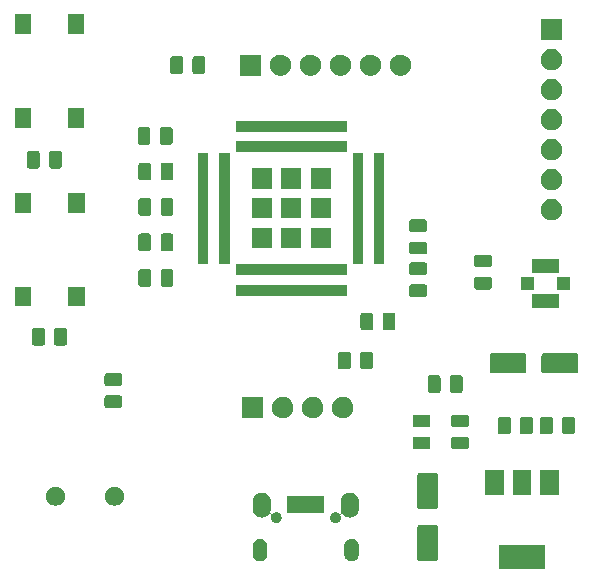
<source format=gbr>
G04 #@! TF.GenerationSoftware,KiCad,Pcbnew,5.1.5-1.fc31*
G04 #@! TF.CreationDate,2020-02-14T12:59:08+01:00*
G04 #@! TF.ProjectId,pcbdesign,70636264-6573-4696-976e-2e6b69636164,rev?*
G04 #@! TF.SameCoordinates,Original*
G04 #@! TF.FileFunction,Soldermask,Top*
G04 #@! TF.FilePolarity,Negative*
%FSLAX46Y46*%
G04 Gerber Fmt 4.6, Leading zero omitted, Abs format (unit mm)*
G04 Created by KiCad (PCBNEW 5.1.5-1.fc31) date 2020-02-14 12:59:08*
%MOMM*%
%LPD*%
G04 APERTURE LIST*
%ADD10C,0.100000*%
G04 APERTURE END LIST*
D10*
G36*
X186951000Y-128201000D02*
G01*
X183049000Y-128201000D01*
X183049000Y-126099000D01*
X186951000Y-126099000D01*
X186951000Y-128201000D01*
G37*
G36*
X162947714Y-125608058D02*
G01*
X163065721Y-125643855D01*
X163174468Y-125701981D01*
X163269790Y-125780210D01*
X163348019Y-125875532D01*
X163406145Y-125984278D01*
X163441942Y-126102285D01*
X163451000Y-126194254D01*
X163451000Y-126905746D01*
X163441942Y-126997715D01*
X163406145Y-127115722D01*
X163348019Y-127224468D01*
X163269790Y-127319790D01*
X163174468Y-127398019D01*
X163065722Y-127456145D01*
X162947715Y-127491942D01*
X162825000Y-127504028D01*
X162702286Y-127491942D01*
X162584279Y-127456145D01*
X162475533Y-127398019D01*
X162380211Y-127319790D01*
X162301982Y-127224468D01*
X162243855Y-127115721D01*
X162208058Y-126997715D01*
X162199000Y-126905746D01*
X162199000Y-126194255D01*
X162208058Y-126102286D01*
X162243855Y-125984279D01*
X162301981Y-125875532D01*
X162380210Y-125780210D01*
X162475532Y-125701981D01*
X162584278Y-125643855D01*
X162702285Y-125608058D01*
X162825000Y-125595972D01*
X162947714Y-125608058D01*
G37*
G36*
X170697714Y-125608058D02*
G01*
X170815721Y-125643855D01*
X170924468Y-125701981D01*
X171019790Y-125780210D01*
X171098019Y-125875532D01*
X171156145Y-125984278D01*
X171191942Y-126102285D01*
X171201000Y-126194254D01*
X171201000Y-126905746D01*
X171191942Y-126997715D01*
X171156145Y-127115722D01*
X171098019Y-127224468D01*
X171019790Y-127319790D01*
X170924468Y-127398019D01*
X170815722Y-127456145D01*
X170697715Y-127491942D01*
X170575000Y-127504028D01*
X170452286Y-127491942D01*
X170334279Y-127456145D01*
X170225533Y-127398019D01*
X170130211Y-127319790D01*
X170051982Y-127224468D01*
X169993855Y-127115721D01*
X169958058Y-126997715D01*
X169949000Y-126905746D01*
X169949000Y-126194255D01*
X169958058Y-126102286D01*
X169993855Y-125984279D01*
X170051981Y-125875532D01*
X170130210Y-125780210D01*
X170225532Y-125701981D01*
X170334278Y-125643855D01*
X170452285Y-125608058D01*
X170575000Y-125595972D01*
X170697714Y-125608058D01*
G37*
G36*
X177705997Y-124403051D02*
G01*
X177739652Y-124413261D01*
X177770665Y-124429838D01*
X177797851Y-124452149D01*
X177820162Y-124479335D01*
X177836739Y-124510348D01*
X177846949Y-124544003D01*
X177851000Y-124585138D01*
X177851000Y-127314862D01*
X177846949Y-127355997D01*
X177836739Y-127389652D01*
X177820162Y-127420665D01*
X177797851Y-127447851D01*
X177770665Y-127470162D01*
X177739652Y-127486739D01*
X177705997Y-127496949D01*
X177664862Y-127501000D01*
X176335138Y-127501000D01*
X176294003Y-127496949D01*
X176260348Y-127486739D01*
X176229335Y-127470162D01*
X176202149Y-127447851D01*
X176179838Y-127420665D01*
X176163261Y-127389652D01*
X176153051Y-127355997D01*
X176149000Y-127314862D01*
X176149000Y-124585138D01*
X176153051Y-124544003D01*
X176163261Y-124510348D01*
X176179838Y-124479335D01*
X176202149Y-124452149D01*
X176229335Y-124429838D01*
X176260348Y-124413261D01*
X176294003Y-124403051D01*
X176335138Y-124399000D01*
X177664862Y-124399000D01*
X177705997Y-124403051D01*
G37*
G36*
X163127120Y-121710228D02*
G01*
X163273401Y-121754602D01*
X163408206Y-121826657D01*
X163526367Y-121923628D01*
X163623345Y-122041796D01*
X163695398Y-122176598D01*
X163739772Y-122322879D01*
X163751000Y-122436882D01*
X163751000Y-123063118D01*
X163739772Y-123177121D01*
X163693598Y-123329336D01*
X163688948Y-123340561D01*
X163684167Y-123364595D01*
X163684167Y-123389099D01*
X163688946Y-123413132D01*
X163698323Y-123435771D01*
X163711936Y-123456146D01*
X163729263Y-123473473D01*
X163749637Y-123487088D01*
X163772275Y-123496466D01*
X163796309Y-123501247D01*
X163820813Y-123501247D01*
X163844846Y-123496468D01*
X163867485Y-123487091D01*
X163887860Y-123473478D01*
X163896952Y-123465238D01*
X163912505Y-123449685D01*
X163985367Y-123401000D01*
X163986371Y-123400329D01*
X163986373Y-123400328D01*
X164068448Y-123366331D01*
X164155579Y-123349000D01*
X164244421Y-123349000D01*
X164331552Y-123366331D01*
X164413627Y-123400328D01*
X164413629Y-123400329D01*
X164414633Y-123401000D01*
X164487495Y-123449685D01*
X164550315Y-123512505D01*
X164559493Y-123526241D01*
X164584686Y-123563944D01*
X164599672Y-123586373D01*
X164633669Y-123668448D01*
X164651000Y-123755579D01*
X164651000Y-123844421D01*
X164633669Y-123931552D01*
X164599672Y-124013627D01*
X164599671Y-124013629D01*
X164550314Y-124087496D01*
X164487496Y-124150314D01*
X164413629Y-124199671D01*
X164413628Y-124199672D01*
X164413627Y-124199672D01*
X164331552Y-124233669D01*
X164244421Y-124251000D01*
X164155579Y-124251000D01*
X164068448Y-124233669D01*
X163986373Y-124199672D01*
X163986372Y-124199672D01*
X163986371Y-124199671D01*
X163912504Y-124150314D01*
X163849686Y-124087496D01*
X163800329Y-124013629D01*
X163800328Y-124013627D01*
X163766331Y-123931552D01*
X163749000Y-123844421D01*
X163749000Y-123755579D01*
X163766807Y-123666054D01*
X163772510Y-123647257D01*
X163774912Y-123622871D01*
X163772511Y-123598485D01*
X163765398Y-123575036D01*
X163753847Y-123553425D01*
X163738302Y-123534483D01*
X163719361Y-123518937D01*
X163697750Y-123507386D01*
X163674301Y-123500272D01*
X163649915Y-123497870D01*
X163625529Y-123500271D01*
X163602080Y-123507384D01*
X163580469Y-123518935D01*
X163561527Y-123534480D01*
X163553288Y-123543570D01*
X163526372Y-123576367D01*
X163408204Y-123673345D01*
X163273402Y-123745398D01*
X163127121Y-123789772D01*
X162975000Y-123804754D01*
X162822880Y-123789772D01*
X162676599Y-123745398D01*
X162541797Y-123673345D01*
X162480295Y-123622871D01*
X162423632Y-123576369D01*
X162396714Y-123543570D01*
X162326657Y-123458206D01*
X162254601Y-123323400D01*
X162210228Y-123177121D01*
X162199000Y-123063118D01*
X162199000Y-122436883D01*
X162210228Y-122322880D01*
X162254602Y-122176599D01*
X162326657Y-122041794D01*
X162423628Y-121923633D01*
X162541796Y-121826655D01*
X162676598Y-121754602D01*
X162822879Y-121710228D01*
X162975000Y-121695246D01*
X163127120Y-121710228D01*
G37*
G36*
X170577120Y-121710228D02*
G01*
X170723401Y-121754602D01*
X170858206Y-121826657D01*
X170976367Y-121923628D01*
X171073345Y-122041796D01*
X171145398Y-122176598D01*
X171189772Y-122322879D01*
X171201000Y-122436882D01*
X171201000Y-123063118D01*
X171189772Y-123177121D01*
X171145398Y-123323402D01*
X171073345Y-123458204D01*
X171073343Y-123458206D01*
X171073342Y-123458208D01*
X170976369Y-123576369D01*
X170919707Y-123622871D01*
X170858204Y-123673345D01*
X170723402Y-123745398D01*
X170577121Y-123789772D01*
X170425000Y-123804754D01*
X170272880Y-123789772D01*
X170126599Y-123745398D01*
X169991797Y-123673345D01*
X169873628Y-123576366D01*
X169846711Y-123543568D01*
X169829384Y-123526241D01*
X169809009Y-123512627D01*
X169786370Y-123503250D01*
X169762337Y-123498470D01*
X169737833Y-123498470D01*
X169713800Y-123503251D01*
X169691161Y-123512628D01*
X169670787Y-123526242D01*
X169653460Y-123543569D01*
X169639846Y-123563944D01*
X169630469Y-123586583D01*
X169625689Y-123610616D01*
X169625689Y-123635120D01*
X169630470Y-123659153D01*
X169633510Y-123667648D01*
X169651000Y-123755579D01*
X169651000Y-123844421D01*
X169633669Y-123931552D01*
X169599672Y-124013627D01*
X169599671Y-124013629D01*
X169550314Y-124087496D01*
X169487496Y-124150314D01*
X169413629Y-124199671D01*
X169413628Y-124199672D01*
X169413627Y-124199672D01*
X169331552Y-124233669D01*
X169244421Y-124251000D01*
X169155579Y-124251000D01*
X169068448Y-124233669D01*
X168986373Y-124199672D01*
X168986372Y-124199672D01*
X168986371Y-124199671D01*
X168912504Y-124150314D01*
X168849686Y-124087496D01*
X168800329Y-124013629D01*
X168800328Y-124013627D01*
X168766331Y-123931552D01*
X168749000Y-123844421D01*
X168749000Y-123755579D01*
X168766331Y-123668448D01*
X168800328Y-123586373D01*
X168815315Y-123563944D01*
X168840507Y-123526241D01*
X168849685Y-123512505D01*
X168912505Y-123449685D01*
X168985367Y-123401000D01*
X168986371Y-123400329D01*
X168986373Y-123400328D01*
X169068448Y-123366331D01*
X169155579Y-123349000D01*
X169244421Y-123349000D01*
X169331552Y-123366331D01*
X169413627Y-123400328D01*
X169413629Y-123400329D01*
X169414633Y-123401000D01*
X169487495Y-123449685D01*
X169503048Y-123465238D01*
X169521990Y-123480783D01*
X169543601Y-123492334D01*
X169567050Y-123499447D01*
X169591436Y-123501849D01*
X169615822Y-123499447D01*
X169639271Y-123492334D01*
X169660882Y-123480783D01*
X169679824Y-123465238D01*
X169695369Y-123446296D01*
X169706920Y-123424685D01*
X169714033Y-123401236D01*
X169716435Y-123376850D01*
X169714033Y-123352464D01*
X169706920Y-123329015D01*
X169705204Y-123325386D01*
X169660228Y-123177121D01*
X169649000Y-123063118D01*
X169649000Y-122436883D01*
X169660228Y-122322880D01*
X169704602Y-122176599D01*
X169776657Y-122041794D01*
X169873628Y-121923633D01*
X169991796Y-121826655D01*
X170126598Y-121754602D01*
X170272879Y-121710228D01*
X170425000Y-121695246D01*
X170577120Y-121710228D01*
G37*
G36*
X168276000Y-123401000D02*
G01*
X165124000Y-123401000D01*
X165124000Y-121999000D01*
X168276000Y-121999000D01*
X168276000Y-123401000D01*
G37*
G36*
X177705997Y-120003051D02*
G01*
X177739652Y-120013261D01*
X177770665Y-120029838D01*
X177797851Y-120052149D01*
X177820162Y-120079335D01*
X177836739Y-120110348D01*
X177846949Y-120144003D01*
X177851000Y-120185138D01*
X177851000Y-122914862D01*
X177846949Y-122955997D01*
X177836739Y-122989652D01*
X177820162Y-123020665D01*
X177797851Y-123047851D01*
X177770665Y-123070162D01*
X177739652Y-123086739D01*
X177705997Y-123096949D01*
X177664862Y-123101000D01*
X176335138Y-123101000D01*
X176294003Y-123096949D01*
X176260348Y-123086739D01*
X176229335Y-123070162D01*
X176202149Y-123047851D01*
X176179838Y-123020665D01*
X176163261Y-122989652D01*
X176153051Y-122955997D01*
X176149000Y-122914862D01*
X176149000Y-120185138D01*
X176153051Y-120144003D01*
X176163261Y-120110348D01*
X176179838Y-120079335D01*
X176202149Y-120052149D01*
X176229335Y-120029838D01*
X176260348Y-120013261D01*
X176294003Y-120003051D01*
X176335138Y-119999000D01*
X177664862Y-119999000D01*
X177705997Y-120003051D01*
G37*
G36*
X150737142Y-121218242D02*
G01*
X150885101Y-121279529D01*
X151018255Y-121368499D01*
X151131501Y-121481745D01*
X151220471Y-121614899D01*
X151281758Y-121762858D01*
X151313000Y-121919925D01*
X151313000Y-122080075D01*
X151281758Y-122237142D01*
X151220471Y-122385101D01*
X151131501Y-122518255D01*
X151018255Y-122631501D01*
X150885101Y-122720471D01*
X150737142Y-122781758D01*
X150580075Y-122813000D01*
X150419925Y-122813000D01*
X150262858Y-122781758D01*
X150114899Y-122720471D01*
X149981745Y-122631501D01*
X149868499Y-122518255D01*
X149779529Y-122385101D01*
X149718242Y-122237142D01*
X149687000Y-122080075D01*
X149687000Y-121919925D01*
X149718242Y-121762858D01*
X149779529Y-121614899D01*
X149868499Y-121481745D01*
X149981745Y-121368499D01*
X150114899Y-121279529D01*
X150262858Y-121218242D01*
X150419925Y-121187000D01*
X150580075Y-121187000D01*
X150737142Y-121218242D01*
G37*
G36*
X145737142Y-121218242D02*
G01*
X145885101Y-121279529D01*
X146018255Y-121368499D01*
X146131501Y-121481745D01*
X146220471Y-121614899D01*
X146281758Y-121762858D01*
X146313000Y-121919925D01*
X146313000Y-122080075D01*
X146281758Y-122237142D01*
X146220471Y-122385101D01*
X146131501Y-122518255D01*
X146018255Y-122631501D01*
X145885101Y-122720471D01*
X145737142Y-122781758D01*
X145580075Y-122813000D01*
X145419925Y-122813000D01*
X145262858Y-122781758D01*
X145114899Y-122720471D01*
X144981745Y-122631501D01*
X144868499Y-122518255D01*
X144779529Y-122385101D01*
X144718242Y-122237142D01*
X144687000Y-122080075D01*
X144687000Y-121919925D01*
X144718242Y-121762858D01*
X144779529Y-121614899D01*
X144868499Y-121481745D01*
X144981745Y-121368499D01*
X145114899Y-121279529D01*
X145262858Y-121218242D01*
X145419925Y-121187000D01*
X145580075Y-121187000D01*
X145737142Y-121218242D01*
G37*
G36*
X188101000Y-121901000D02*
G01*
X186499000Y-121901000D01*
X186499000Y-119799000D01*
X188101000Y-119799000D01*
X188101000Y-121901000D01*
G37*
G36*
X185801000Y-121901000D02*
G01*
X184199000Y-121901000D01*
X184199000Y-119799000D01*
X185801000Y-119799000D01*
X185801000Y-121901000D01*
G37*
G36*
X183501000Y-121901000D02*
G01*
X181899000Y-121901000D01*
X181899000Y-119799000D01*
X183501000Y-119799000D01*
X183501000Y-121901000D01*
G37*
G36*
X177084468Y-116966065D02*
G01*
X177123138Y-116977796D01*
X177158777Y-116996846D01*
X177190017Y-117022483D01*
X177215654Y-117053723D01*
X177234704Y-117089362D01*
X177246435Y-117128032D01*
X177251000Y-117174388D01*
X177251000Y-117825612D01*
X177246435Y-117871968D01*
X177234704Y-117910638D01*
X177215654Y-117946277D01*
X177190017Y-117977517D01*
X177158777Y-118003154D01*
X177123138Y-118022204D01*
X177084468Y-118033935D01*
X177038112Y-118038500D01*
X175961888Y-118038500D01*
X175915532Y-118033935D01*
X175876862Y-118022204D01*
X175841223Y-118003154D01*
X175809983Y-117977517D01*
X175784346Y-117946277D01*
X175765296Y-117910638D01*
X175753565Y-117871968D01*
X175749000Y-117825612D01*
X175749000Y-117174388D01*
X175753565Y-117128032D01*
X175765296Y-117089362D01*
X175784346Y-117053723D01*
X175809983Y-117022483D01*
X175841223Y-116996846D01*
X175876862Y-116977796D01*
X175915532Y-116966065D01*
X175961888Y-116961500D01*
X177038112Y-116961500D01*
X177084468Y-116966065D01*
G37*
G36*
X180334468Y-116966065D02*
G01*
X180373138Y-116977796D01*
X180408777Y-116996846D01*
X180440017Y-117022483D01*
X180465654Y-117053723D01*
X180484704Y-117089362D01*
X180496435Y-117128032D01*
X180501000Y-117174388D01*
X180501000Y-117825612D01*
X180496435Y-117871968D01*
X180484704Y-117910638D01*
X180465654Y-117946277D01*
X180440017Y-117977517D01*
X180408777Y-118003154D01*
X180373138Y-118022204D01*
X180334468Y-118033935D01*
X180288112Y-118038500D01*
X179211888Y-118038500D01*
X179165532Y-118033935D01*
X179126862Y-118022204D01*
X179091223Y-118003154D01*
X179059983Y-117977517D01*
X179034346Y-117946277D01*
X179015296Y-117910638D01*
X179003565Y-117871968D01*
X178999000Y-117825612D01*
X178999000Y-117174388D01*
X179003565Y-117128032D01*
X179015296Y-117089362D01*
X179034346Y-117053723D01*
X179059983Y-117022483D01*
X179091223Y-116996846D01*
X179126862Y-116977796D01*
X179165532Y-116966065D01*
X179211888Y-116961500D01*
X180288112Y-116961500D01*
X180334468Y-116966065D01*
G37*
G36*
X183871968Y-115253565D02*
G01*
X183910638Y-115265296D01*
X183946277Y-115284346D01*
X183977517Y-115309983D01*
X184003154Y-115341223D01*
X184022204Y-115376862D01*
X184033935Y-115415532D01*
X184038500Y-115461888D01*
X184038500Y-116538112D01*
X184033935Y-116584468D01*
X184022204Y-116623138D01*
X184003154Y-116658777D01*
X183977517Y-116690017D01*
X183946277Y-116715654D01*
X183910638Y-116734704D01*
X183871968Y-116746435D01*
X183825612Y-116751000D01*
X183174388Y-116751000D01*
X183128032Y-116746435D01*
X183089362Y-116734704D01*
X183053723Y-116715654D01*
X183022483Y-116690017D01*
X182996846Y-116658777D01*
X182977796Y-116623138D01*
X182966065Y-116584468D01*
X182961500Y-116538112D01*
X182961500Y-115461888D01*
X182966065Y-115415532D01*
X182977796Y-115376862D01*
X182996846Y-115341223D01*
X183022483Y-115309983D01*
X183053723Y-115284346D01*
X183089362Y-115265296D01*
X183128032Y-115253565D01*
X183174388Y-115249000D01*
X183825612Y-115249000D01*
X183871968Y-115253565D01*
G37*
G36*
X185746968Y-115253565D02*
G01*
X185785638Y-115265296D01*
X185821277Y-115284346D01*
X185852517Y-115309983D01*
X185878154Y-115341223D01*
X185897204Y-115376862D01*
X185908935Y-115415532D01*
X185913500Y-115461888D01*
X185913500Y-116538112D01*
X185908935Y-116584468D01*
X185897204Y-116623138D01*
X185878154Y-116658777D01*
X185852517Y-116690017D01*
X185821277Y-116715654D01*
X185785638Y-116734704D01*
X185746968Y-116746435D01*
X185700612Y-116751000D01*
X185049388Y-116751000D01*
X185003032Y-116746435D01*
X184964362Y-116734704D01*
X184928723Y-116715654D01*
X184897483Y-116690017D01*
X184871846Y-116658777D01*
X184852796Y-116623138D01*
X184841065Y-116584468D01*
X184836500Y-116538112D01*
X184836500Y-115461888D01*
X184841065Y-115415532D01*
X184852796Y-115376862D01*
X184871846Y-115341223D01*
X184897483Y-115309983D01*
X184928723Y-115284346D01*
X184964362Y-115265296D01*
X185003032Y-115253565D01*
X185049388Y-115249000D01*
X185700612Y-115249000D01*
X185746968Y-115253565D01*
G37*
G36*
X187434468Y-115253565D02*
G01*
X187473138Y-115265296D01*
X187508777Y-115284346D01*
X187540017Y-115309983D01*
X187565654Y-115341223D01*
X187584704Y-115376862D01*
X187596435Y-115415532D01*
X187601000Y-115461888D01*
X187601000Y-116538112D01*
X187596435Y-116584468D01*
X187584704Y-116623138D01*
X187565654Y-116658777D01*
X187540017Y-116690017D01*
X187508777Y-116715654D01*
X187473138Y-116734704D01*
X187434468Y-116746435D01*
X187388112Y-116751000D01*
X186736888Y-116751000D01*
X186690532Y-116746435D01*
X186651862Y-116734704D01*
X186616223Y-116715654D01*
X186584983Y-116690017D01*
X186559346Y-116658777D01*
X186540296Y-116623138D01*
X186528565Y-116584468D01*
X186524000Y-116538112D01*
X186524000Y-115461888D01*
X186528565Y-115415532D01*
X186540296Y-115376862D01*
X186559346Y-115341223D01*
X186584983Y-115309983D01*
X186616223Y-115284346D01*
X186651862Y-115265296D01*
X186690532Y-115253565D01*
X186736888Y-115249000D01*
X187388112Y-115249000D01*
X187434468Y-115253565D01*
G37*
G36*
X189309468Y-115253565D02*
G01*
X189348138Y-115265296D01*
X189383777Y-115284346D01*
X189415017Y-115309983D01*
X189440654Y-115341223D01*
X189459704Y-115376862D01*
X189471435Y-115415532D01*
X189476000Y-115461888D01*
X189476000Y-116538112D01*
X189471435Y-116584468D01*
X189459704Y-116623138D01*
X189440654Y-116658777D01*
X189415017Y-116690017D01*
X189383777Y-116715654D01*
X189348138Y-116734704D01*
X189309468Y-116746435D01*
X189263112Y-116751000D01*
X188611888Y-116751000D01*
X188565532Y-116746435D01*
X188526862Y-116734704D01*
X188491223Y-116715654D01*
X188459983Y-116690017D01*
X188434346Y-116658777D01*
X188415296Y-116623138D01*
X188403565Y-116584468D01*
X188399000Y-116538112D01*
X188399000Y-115461888D01*
X188403565Y-115415532D01*
X188415296Y-115376862D01*
X188434346Y-115341223D01*
X188459983Y-115309983D01*
X188491223Y-115284346D01*
X188526862Y-115265296D01*
X188565532Y-115253565D01*
X188611888Y-115249000D01*
X189263112Y-115249000D01*
X189309468Y-115253565D01*
G37*
G36*
X177084468Y-115091065D02*
G01*
X177123138Y-115102796D01*
X177158777Y-115121846D01*
X177190017Y-115147483D01*
X177215654Y-115178723D01*
X177234704Y-115214362D01*
X177246435Y-115253032D01*
X177251000Y-115299388D01*
X177251000Y-115950612D01*
X177246435Y-115996968D01*
X177234704Y-116035638D01*
X177215654Y-116071277D01*
X177190017Y-116102517D01*
X177158777Y-116128154D01*
X177123138Y-116147204D01*
X177084468Y-116158935D01*
X177038112Y-116163500D01*
X175961888Y-116163500D01*
X175915532Y-116158935D01*
X175876862Y-116147204D01*
X175841223Y-116128154D01*
X175809983Y-116102517D01*
X175784346Y-116071277D01*
X175765296Y-116035638D01*
X175753565Y-115996968D01*
X175749000Y-115950612D01*
X175749000Y-115299388D01*
X175753565Y-115253032D01*
X175765296Y-115214362D01*
X175784346Y-115178723D01*
X175809983Y-115147483D01*
X175841223Y-115121846D01*
X175876862Y-115102796D01*
X175915532Y-115091065D01*
X175961888Y-115086500D01*
X177038112Y-115086500D01*
X177084468Y-115091065D01*
G37*
G36*
X180334468Y-115091065D02*
G01*
X180373138Y-115102796D01*
X180408777Y-115121846D01*
X180440017Y-115147483D01*
X180465654Y-115178723D01*
X180484704Y-115214362D01*
X180496435Y-115253032D01*
X180501000Y-115299388D01*
X180501000Y-115950612D01*
X180496435Y-115996968D01*
X180484704Y-116035638D01*
X180465654Y-116071277D01*
X180440017Y-116102517D01*
X180408777Y-116128154D01*
X180373138Y-116147204D01*
X180334468Y-116158935D01*
X180288112Y-116163500D01*
X179211888Y-116163500D01*
X179165532Y-116158935D01*
X179126862Y-116147204D01*
X179091223Y-116128154D01*
X179059983Y-116102517D01*
X179034346Y-116071277D01*
X179015296Y-116035638D01*
X179003565Y-115996968D01*
X178999000Y-115950612D01*
X178999000Y-115299388D01*
X179003565Y-115253032D01*
X179015296Y-115214362D01*
X179034346Y-115178723D01*
X179059983Y-115147483D01*
X179091223Y-115121846D01*
X179126862Y-115102796D01*
X179165532Y-115091065D01*
X179211888Y-115086500D01*
X180288112Y-115086500D01*
X180334468Y-115091065D01*
G37*
G36*
X163101000Y-115401000D02*
G01*
X161299000Y-115401000D01*
X161299000Y-113599000D01*
X163101000Y-113599000D01*
X163101000Y-115401000D01*
G37*
G36*
X164853512Y-113603927D02*
G01*
X165002812Y-113633624D01*
X165166784Y-113701544D01*
X165314354Y-113800147D01*
X165439853Y-113925646D01*
X165538456Y-114073216D01*
X165606376Y-114237188D01*
X165623964Y-114325612D01*
X165640877Y-114410638D01*
X165641000Y-114411259D01*
X165641000Y-114588741D01*
X165606376Y-114762812D01*
X165538456Y-114926784D01*
X165439853Y-115074354D01*
X165314354Y-115199853D01*
X165166784Y-115298456D01*
X165002812Y-115366376D01*
X164853512Y-115396073D01*
X164828742Y-115401000D01*
X164651258Y-115401000D01*
X164626488Y-115396073D01*
X164477188Y-115366376D01*
X164313216Y-115298456D01*
X164165646Y-115199853D01*
X164040147Y-115074354D01*
X163941544Y-114926784D01*
X163873624Y-114762812D01*
X163839000Y-114588741D01*
X163839000Y-114411259D01*
X163839124Y-114410638D01*
X163856036Y-114325612D01*
X163873624Y-114237188D01*
X163941544Y-114073216D01*
X164040147Y-113925646D01*
X164165646Y-113800147D01*
X164313216Y-113701544D01*
X164477188Y-113633624D01*
X164626488Y-113603927D01*
X164651258Y-113599000D01*
X164828742Y-113599000D01*
X164853512Y-113603927D01*
G37*
G36*
X169933512Y-113603927D02*
G01*
X170082812Y-113633624D01*
X170246784Y-113701544D01*
X170394354Y-113800147D01*
X170519853Y-113925646D01*
X170618456Y-114073216D01*
X170686376Y-114237188D01*
X170703964Y-114325612D01*
X170720877Y-114410638D01*
X170721000Y-114411259D01*
X170721000Y-114588741D01*
X170686376Y-114762812D01*
X170618456Y-114926784D01*
X170519853Y-115074354D01*
X170394354Y-115199853D01*
X170246784Y-115298456D01*
X170082812Y-115366376D01*
X169933512Y-115396073D01*
X169908742Y-115401000D01*
X169731258Y-115401000D01*
X169706488Y-115396073D01*
X169557188Y-115366376D01*
X169393216Y-115298456D01*
X169245646Y-115199853D01*
X169120147Y-115074354D01*
X169021544Y-114926784D01*
X168953624Y-114762812D01*
X168919000Y-114588741D01*
X168919000Y-114411259D01*
X168919124Y-114410638D01*
X168936036Y-114325612D01*
X168953624Y-114237188D01*
X169021544Y-114073216D01*
X169120147Y-113925646D01*
X169245646Y-113800147D01*
X169393216Y-113701544D01*
X169557188Y-113633624D01*
X169706488Y-113603927D01*
X169731258Y-113599000D01*
X169908742Y-113599000D01*
X169933512Y-113603927D01*
G37*
G36*
X167393512Y-113603927D02*
G01*
X167542812Y-113633624D01*
X167706784Y-113701544D01*
X167854354Y-113800147D01*
X167979853Y-113925646D01*
X168078456Y-114073216D01*
X168146376Y-114237188D01*
X168163964Y-114325612D01*
X168180877Y-114410638D01*
X168181000Y-114411259D01*
X168181000Y-114588741D01*
X168146376Y-114762812D01*
X168078456Y-114926784D01*
X167979853Y-115074354D01*
X167854354Y-115199853D01*
X167706784Y-115298456D01*
X167542812Y-115366376D01*
X167393512Y-115396073D01*
X167368742Y-115401000D01*
X167191258Y-115401000D01*
X167166488Y-115396073D01*
X167017188Y-115366376D01*
X166853216Y-115298456D01*
X166705646Y-115199853D01*
X166580147Y-115074354D01*
X166481544Y-114926784D01*
X166413624Y-114762812D01*
X166379000Y-114588741D01*
X166379000Y-114411259D01*
X166379124Y-114410638D01*
X166396036Y-114325612D01*
X166413624Y-114237188D01*
X166481544Y-114073216D01*
X166580147Y-113925646D01*
X166705646Y-113800147D01*
X166853216Y-113701544D01*
X167017188Y-113633624D01*
X167166488Y-113603927D01*
X167191258Y-113599000D01*
X167368742Y-113599000D01*
X167393512Y-113603927D01*
G37*
G36*
X150984468Y-113466065D02*
G01*
X151023138Y-113477796D01*
X151058777Y-113496846D01*
X151090017Y-113522483D01*
X151115654Y-113553723D01*
X151134704Y-113589362D01*
X151146435Y-113628032D01*
X151151000Y-113674388D01*
X151151000Y-114325612D01*
X151146435Y-114371968D01*
X151134704Y-114410638D01*
X151115654Y-114446277D01*
X151090017Y-114477517D01*
X151058777Y-114503154D01*
X151023138Y-114522204D01*
X150984468Y-114533935D01*
X150938112Y-114538500D01*
X149861888Y-114538500D01*
X149815532Y-114533935D01*
X149776862Y-114522204D01*
X149741223Y-114503154D01*
X149709983Y-114477517D01*
X149684346Y-114446277D01*
X149665296Y-114410638D01*
X149653565Y-114371968D01*
X149649000Y-114325612D01*
X149649000Y-113674388D01*
X149653565Y-113628032D01*
X149665296Y-113589362D01*
X149684346Y-113553723D01*
X149709983Y-113522483D01*
X149741223Y-113496846D01*
X149776862Y-113477796D01*
X149815532Y-113466065D01*
X149861888Y-113461500D01*
X150938112Y-113461500D01*
X150984468Y-113466065D01*
G37*
G36*
X179809468Y-111753565D02*
G01*
X179848138Y-111765296D01*
X179883777Y-111784346D01*
X179915017Y-111809983D01*
X179940654Y-111841223D01*
X179959704Y-111876862D01*
X179971435Y-111915532D01*
X179976000Y-111961888D01*
X179976000Y-113038112D01*
X179971435Y-113084468D01*
X179959704Y-113123138D01*
X179940654Y-113158777D01*
X179915017Y-113190017D01*
X179883777Y-113215654D01*
X179848138Y-113234704D01*
X179809468Y-113246435D01*
X179763112Y-113251000D01*
X179111888Y-113251000D01*
X179065532Y-113246435D01*
X179026862Y-113234704D01*
X178991223Y-113215654D01*
X178959983Y-113190017D01*
X178934346Y-113158777D01*
X178915296Y-113123138D01*
X178903565Y-113084468D01*
X178899000Y-113038112D01*
X178899000Y-111961888D01*
X178903565Y-111915532D01*
X178915296Y-111876862D01*
X178934346Y-111841223D01*
X178959983Y-111809983D01*
X178991223Y-111784346D01*
X179026862Y-111765296D01*
X179065532Y-111753565D01*
X179111888Y-111749000D01*
X179763112Y-111749000D01*
X179809468Y-111753565D01*
G37*
G36*
X177934468Y-111753565D02*
G01*
X177973138Y-111765296D01*
X178008777Y-111784346D01*
X178040017Y-111809983D01*
X178065654Y-111841223D01*
X178084704Y-111876862D01*
X178096435Y-111915532D01*
X178101000Y-111961888D01*
X178101000Y-113038112D01*
X178096435Y-113084468D01*
X178084704Y-113123138D01*
X178065654Y-113158777D01*
X178040017Y-113190017D01*
X178008777Y-113215654D01*
X177973138Y-113234704D01*
X177934468Y-113246435D01*
X177888112Y-113251000D01*
X177236888Y-113251000D01*
X177190532Y-113246435D01*
X177151862Y-113234704D01*
X177116223Y-113215654D01*
X177084983Y-113190017D01*
X177059346Y-113158777D01*
X177040296Y-113123138D01*
X177028565Y-113084468D01*
X177024000Y-113038112D01*
X177024000Y-111961888D01*
X177028565Y-111915532D01*
X177040296Y-111876862D01*
X177059346Y-111841223D01*
X177084983Y-111809983D01*
X177116223Y-111784346D01*
X177151862Y-111765296D01*
X177190532Y-111753565D01*
X177236888Y-111749000D01*
X177888112Y-111749000D01*
X177934468Y-111753565D01*
G37*
G36*
X150984468Y-111591065D02*
G01*
X151023138Y-111602796D01*
X151058777Y-111621846D01*
X151090017Y-111647483D01*
X151115654Y-111678723D01*
X151134704Y-111714362D01*
X151146435Y-111753032D01*
X151151000Y-111799388D01*
X151151000Y-112450612D01*
X151146435Y-112496968D01*
X151134704Y-112535638D01*
X151115654Y-112571277D01*
X151090017Y-112602517D01*
X151058777Y-112628154D01*
X151023138Y-112647204D01*
X150984468Y-112658935D01*
X150938112Y-112663500D01*
X149861888Y-112663500D01*
X149815532Y-112658935D01*
X149776862Y-112647204D01*
X149741223Y-112628154D01*
X149709983Y-112602517D01*
X149684346Y-112571277D01*
X149665296Y-112535638D01*
X149653565Y-112496968D01*
X149649000Y-112450612D01*
X149649000Y-111799388D01*
X149653565Y-111753032D01*
X149665296Y-111714362D01*
X149684346Y-111678723D01*
X149709983Y-111647483D01*
X149741223Y-111621846D01*
X149776862Y-111602796D01*
X149815532Y-111591065D01*
X149861888Y-111586500D01*
X150938112Y-111586500D01*
X150984468Y-111591065D01*
G37*
G36*
X189605997Y-109903051D02*
G01*
X189639652Y-109913261D01*
X189670665Y-109929838D01*
X189697851Y-109952149D01*
X189720162Y-109979335D01*
X189736739Y-110010348D01*
X189746949Y-110044003D01*
X189751000Y-110085138D01*
X189751000Y-111414862D01*
X189746949Y-111455997D01*
X189736739Y-111489652D01*
X189720162Y-111520665D01*
X189697851Y-111547851D01*
X189670665Y-111570162D01*
X189639652Y-111586739D01*
X189605997Y-111596949D01*
X189564862Y-111601000D01*
X186835138Y-111601000D01*
X186794003Y-111596949D01*
X186760348Y-111586739D01*
X186729335Y-111570162D01*
X186702149Y-111547851D01*
X186679838Y-111520665D01*
X186663261Y-111489652D01*
X186653051Y-111455997D01*
X186649000Y-111414862D01*
X186649000Y-110085138D01*
X186653051Y-110044003D01*
X186663261Y-110010348D01*
X186679838Y-109979335D01*
X186702149Y-109952149D01*
X186729335Y-109929838D01*
X186760348Y-109913261D01*
X186794003Y-109903051D01*
X186835138Y-109899000D01*
X189564862Y-109899000D01*
X189605997Y-109903051D01*
G37*
G36*
X185205997Y-109903051D02*
G01*
X185239652Y-109913261D01*
X185270665Y-109929838D01*
X185297851Y-109952149D01*
X185320162Y-109979335D01*
X185336739Y-110010348D01*
X185346949Y-110044003D01*
X185351000Y-110085138D01*
X185351000Y-111414862D01*
X185346949Y-111455997D01*
X185336739Y-111489652D01*
X185320162Y-111520665D01*
X185297851Y-111547851D01*
X185270665Y-111570162D01*
X185239652Y-111586739D01*
X185205997Y-111596949D01*
X185164862Y-111601000D01*
X182435138Y-111601000D01*
X182394003Y-111596949D01*
X182360348Y-111586739D01*
X182329335Y-111570162D01*
X182302149Y-111547851D01*
X182279838Y-111520665D01*
X182263261Y-111489652D01*
X182253051Y-111455997D01*
X182249000Y-111414862D01*
X182249000Y-110085138D01*
X182253051Y-110044003D01*
X182263261Y-110010348D01*
X182279838Y-109979335D01*
X182302149Y-109952149D01*
X182329335Y-109929838D01*
X182360348Y-109913261D01*
X182394003Y-109903051D01*
X182435138Y-109899000D01*
X185164862Y-109899000D01*
X185205997Y-109903051D01*
G37*
G36*
X172209468Y-109753565D02*
G01*
X172248138Y-109765296D01*
X172283777Y-109784346D01*
X172315017Y-109809983D01*
X172340654Y-109841223D01*
X172359704Y-109876862D01*
X172371435Y-109915532D01*
X172376000Y-109961888D01*
X172376000Y-111038112D01*
X172371435Y-111084468D01*
X172359704Y-111123138D01*
X172340654Y-111158777D01*
X172315017Y-111190017D01*
X172283777Y-111215654D01*
X172248138Y-111234704D01*
X172209468Y-111246435D01*
X172163112Y-111251000D01*
X171511888Y-111251000D01*
X171465532Y-111246435D01*
X171426862Y-111234704D01*
X171391223Y-111215654D01*
X171359983Y-111190017D01*
X171334346Y-111158777D01*
X171315296Y-111123138D01*
X171303565Y-111084468D01*
X171299000Y-111038112D01*
X171299000Y-109961888D01*
X171303565Y-109915532D01*
X171315296Y-109876862D01*
X171334346Y-109841223D01*
X171359983Y-109809983D01*
X171391223Y-109784346D01*
X171426862Y-109765296D01*
X171465532Y-109753565D01*
X171511888Y-109749000D01*
X172163112Y-109749000D01*
X172209468Y-109753565D01*
G37*
G36*
X170334468Y-109753565D02*
G01*
X170373138Y-109765296D01*
X170408777Y-109784346D01*
X170440017Y-109809983D01*
X170465654Y-109841223D01*
X170484704Y-109876862D01*
X170496435Y-109915532D01*
X170501000Y-109961888D01*
X170501000Y-111038112D01*
X170496435Y-111084468D01*
X170484704Y-111123138D01*
X170465654Y-111158777D01*
X170440017Y-111190017D01*
X170408777Y-111215654D01*
X170373138Y-111234704D01*
X170334468Y-111246435D01*
X170288112Y-111251000D01*
X169636888Y-111251000D01*
X169590532Y-111246435D01*
X169551862Y-111234704D01*
X169516223Y-111215654D01*
X169484983Y-111190017D01*
X169459346Y-111158777D01*
X169440296Y-111123138D01*
X169428565Y-111084468D01*
X169424000Y-111038112D01*
X169424000Y-109961888D01*
X169428565Y-109915532D01*
X169440296Y-109876862D01*
X169459346Y-109841223D01*
X169484983Y-109809983D01*
X169516223Y-109784346D01*
X169551862Y-109765296D01*
X169590532Y-109753565D01*
X169636888Y-109749000D01*
X170288112Y-109749000D01*
X170334468Y-109753565D01*
G37*
G36*
X146309468Y-107753565D02*
G01*
X146348138Y-107765296D01*
X146383777Y-107784346D01*
X146415017Y-107809983D01*
X146440654Y-107841223D01*
X146459704Y-107876862D01*
X146471435Y-107915532D01*
X146476000Y-107961888D01*
X146476000Y-109038112D01*
X146471435Y-109084468D01*
X146459704Y-109123138D01*
X146440654Y-109158777D01*
X146415017Y-109190017D01*
X146383777Y-109215654D01*
X146348138Y-109234704D01*
X146309468Y-109246435D01*
X146263112Y-109251000D01*
X145611888Y-109251000D01*
X145565532Y-109246435D01*
X145526862Y-109234704D01*
X145491223Y-109215654D01*
X145459983Y-109190017D01*
X145434346Y-109158777D01*
X145415296Y-109123138D01*
X145403565Y-109084468D01*
X145399000Y-109038112D01*
X145399000Y-107961888D01*
X145403565Y-107915532D01*
X145415296Y-107876862D01*
X145434346Y-107841223D01*
X145459983Y-107809983D01*
X145491223Y-107784346D01*
X145526862Y-107765296D01*
X145565532Y-107753565D01*
X145611888Y-107749000D01*
X146263112Y-107749000D01*
X146309468Y-107753565D01*
G37*
G36*
X144434468Y-107753565D02*
G01*
X144473138Y-107765296D01*
X144508777Y-107784346D01*
X144540017Y-107809983D01*
X144565654Y-107841223D01*
X144584704Y-107876862D01*
X144596435Y-107915532D01*
X144601000Y-107961888D01*
X144601000Y-109038112D01*
X144596435Y-109084468D01*
X144584704Y-109123138D01*
X144565654Y-109158777D01*
X144540017Y-109190017D01*
X144508777Y-109215654D01*
X144473138Y-109234704D01*
X144434468Y-109246435D01*
X144388112Y-109251000D01*
X143736888Y-109251000D01*
X143690532Y-109246435D01*
X143651862Y-109234704D01*
X143616223Y-109215654D01*
X143584983Y-109190017D01*
X143559346Y-109158777D01*
X143540296Y-109123138D01*
X143528565Y-109084468D01*
X143524000Y-109038112D01*
X143524000Y-107961888D01*
X143528565Y-107915532D01*
X143540296Y-107876862D01*
X143559346Y-107841223D01*
X143584983Y-107809983D01*
X143616223Y-107784346D01*
X143651862Y-107765296D01*
X143690532Y-107753565D01*
X143736888Y-107749000D01*
X144388112Y-107749000D01*
X144434468Y-107753565D01*
G37*
G36*
X174109468Y-106453565D02*
G01*
X174148138Y-106465296D01*
X174183777Y-106484346D01*
X174215017Y-106509983D01*
X174240654Y-106541223D01*
X174259704Y-106576862D01*
X174271435Y-106615532D01*
X174276000Y-106661888D01*
X174276000Y-107738112D01*
X174271435Y-107784468D01*
X174259704Y-107823138D01*
X174240654Y-107858777D01*
X174215017Y-107890017D01*
X174183777Y-107915654D01*
X174148138Y-107934704D01*
X174109468Y-107946435D01*
X174063112Y-107951000D01*
X173411888Y-107951000D01*
X173365532Y-107946435D01*
X173326862Y-107934704D01*
X173291223Y-107915654D01*
X173259983Y-107890017D01*
X173234346Y-107858777D01*
X173215296Y-107823138D01*
X173203565Y-107784468D01*
X173199000Y-107738112D01*
X173199000Y-106661888D01*
X173203565Y-106615532D01*
X173215296Y-106576862D01*
X173234346Y-106541223D01*
X173259983Y-106509983D01*
X173291223Y-106484346D01*
X173326862Y-106465296D01*
X173365532Y-106453565D01*
X173411888Y-106449000D01*
X174063112Y-106449000D01*
X174109468Y-106453565D01*
G37*
G36*
X172234468Y-106453565D02*
G01*
X172273138Y-106465296D01*
X172308777Y-106484346D01*
X172340017Y-106509983D01*
X172365654Y-106541223D01*
X172384704Y-106576862D01*
X172396435Y-106615532D01*
X172401000Y-106661888D01*
X172401000Y-107738112D01*
X172396435Y-107784468D01*
X172384704Y-107823138D01*
X172365654Y-107858777D01*
X172340017Y-107890017D01*
X172308777Y-107915654D01*
X172273138Y-107934704D01*
X172234468Y-107946435D01*
X172188112Y-107951000D01*
X171536888Y-107951000D01*
X171490532Y-107946435D01*
X171451862Y-107934704D01*
X171416223Y-107915654D01*
X171384983Y-107890017D01*
X171359346Y-107858777D01*
X171340296Y-107823138D01*
X171328565Y-107784468D01*
X171324000Y-107738112D01*
X171324000Y-106661888D01*
X171328565Y-106615532D01*
X171340296Y-106576862D01*
X171359346Y-106541223D01*
X171384983Y-106509983D01*
X171416223Y-106484346D01*
X171451862Y-106465296D01*
X171490532Y-106453565D01*
X171536888Y-106449000D01*
X172188112Y-106449000D01*
X172234468Y-106453565D01*
G37*
G36*
X188151000Y-106051000D02*
G01*
X185849000Y-106051000D01*
X185849000Y-104899000D01*
X188151000Y-104899000D01*
X188151000Y-106051000D01*
G37*
G36*
X147960999Y-105926001D02*
G01*
X146558999Y-105926001D01*
X146558999Y-104274001D01*
X147960999Y-104274001D01*
X147960999Y-105926001D01*
G37*
G36*
X143460999Y-105926001D02*
G01*
X142058999Y-105926001D01*
X142058999Y-104274001D01*
X143460999Y-104274001D01*
X143460999Y-105926001D01*
G37*
G36*
X176784468Y-104066065D02*
G01*
X176823138Y-104077796D01*
X176858777Y-104096846D01*
X176890017Y-104122483D01*
X176915654Y-104153723D01*
X176934704Y-104189362D01*
X176946435Y-104228032D01*
X176951000Y-104274388D01*
X176951000Y-104925612D01*
X176946435Y-104971968D01*
X176934704Y-105010638D01*
X176915654Y-105046277D01*
X176890017Y-105077517D01*
X176858777Y-105103154D01*
X176823138Y-105122204D01*
X176784468Y-105133935D01*
X176738112Y-105138500D01*
X175661888Y-105138500D01*
X175615532Y-105133935D01*
X175576862Y-105122204D01*
X175541223Y-105103154D01*
X175509983Y-105077517D01*
X175484346Y-105046277D01*
X175465296Y-105010638D01*
X175453565Y-104971968D01*
X175449000Y-104925612D01*
X175449000Y-104274388D01*
X175453565Y-104228032D01*
X175465296Y-104189362D01*
X175484346Y-104153723D01*
X175509983Y-104122483D01*
X175541223Y-104096846D01*
X175576862Y-104077796D01*
X175615532Y-104066065D01*
X175661888Y-104061500D01*
X176738112Y-104061500D01*
X176784468Y-104066065D01*
G37*
G36*
X170151000Y-105051000D02*
G01*
X160749000Y-105051000D01*
X160749000Y-104149000D01*
X170151000Y-104149000D01*
X170151000Y-105051000D01*
G37*
G36*
X186051000Y-104551000D02*
G01*
X184949000Y-104551000D01*
X184949000Y-103449000D01*
X186051000Y-103449000D01*
X186051000Y-104551000D01*
G37*
G36*
X189051000Y-104551000D02*
G01*
X187949000Y-104551000D01*
X187949000Y-103449000D01*
X189051000Y-103449000D01*
X189051000Y-104551000D01*
G37*
G36*
X182284468Y-103428565D02*
G01*
X182323138Y-103440296D01*
X182358777Y-103459346D01*
X182390017Y-103484983D01*
X182415654Y-103516223D01*
X182434704Y-103551862D01*
X182446435Y-103590532D01*
X182451000Y-103636888D01*
X182451000Y-104288112D01*
X182446435Y-104334468D01*
X182434704Y-104373138D01*
X182415654Y-104408777D01*
X182390017Y-104440017D01*
X182358777Y-104465654D01*
X182323138Y-104484704D01*
X182284468Y-104496435D01*
X182238112Y-104501000D01*
X181161888Y-104501000D01*
X181115532Y-104496435D01*
X181076862Y-104484704D01*
X181041223Y-104465654D01*
X181009983Y-104440017D01*
X180984346Y-104408777D01*
X180965296Y-104373138D01*
X180953565Y-104334468D01*
X180949000Y-104288112D01*
X180949000Y-103636888D01*
X180953565Y-103590532D01*
X180965296Y-103551862D01*
X180984346Y-103516223D01*
X181009983Y-103484983D01*
X181041223Y-103459346D01*
X181076862Y-103440296D01*
X181115532Y-103428565D01*
X181161888Y-103424000D01*
X182238112Y-103424000D01*
X182284468Y-103428565D01*
G37*
G36*
X155309468Y-102753565D02*
G01*
X155348138Y-102765296D01*
X155383777Y-102784346D01*
X155415017Y-102809983D01*
X155440654Y-102841223D01*
X155459704Y-102876862D01*
X155471435Y-102915532D01*
X155476000Y-102961888D01*
X155476000Y-104038112D01*
X155471435Y-104084468D01*
X155459704Y-104123138D01*
X155440654Y-104158777D01*
X155415017Y-104190017D01*
X155383777Y-104215654D01*
X155348138Y-104234704D01*
X155309468Y-104246435D01*
X155263112Y-104251000D01*
X154611888Y-104251000D01*
X154565532Y-104246435D01*
X154526862Y-104234704D01*
X154491223Y-104215654D01*
X154459983Y-104190017D01*
X154434346Y-104158777D01*
X154415296Y-104123138D01*
X154403565Y-104084468D01*
X154399000Y-104038112D01*
X154399000Y-102961888D01*
X154403565Y-102915532D01*
X154415296Y-102876862D01*
X154434346Y-102841223D01*
X154459983Y-102809983D01*
X154491223Y-102784346D01*
X154526862Y-102765296D01*
X154565532Y-102753565D01*
X154611888Y-102749000D01*
X155263112Y-102749000D01*
X155309468Y-102753565D01*
G37*
G36*
X153434468Y-102753565D02*
G01*
X153473138Y-102765296D01*
X153508777Y-102784346D01*
X153540017Y-102809983D01*
X153565654Y-102841223D01*
X153584704Y-102876862D01*
X153596435Y-102915532D01*
X153601000Y-102961888D01*
X153601000Y-104038112D01*
X153596435Y-104084468D01*
X153584704Y-104123138D01*
X153565654Y-104158777D01*
X153540017Y-104190017D01*
X153508777Y-104215654D01*
X153473138Y-104234704D01*
X153434468Y-104246435D01*
X153388112Y-104251000D01*
X152736888Y-104251000D01*
X152690532Y-104246435D01*
X152651862Y-104234704D01*
X152616223Y-104215654D01*
X152584983Y-104190017D01*
X152559346Y-104158777D01*
X152540296Y-104123138D01*
X152528565Y-104084468D01*
X152524000Y-104038112D01*
X152524000Y-102961888D01*
X152528565Y-102915532D01*
X152540296Y-102876862D01*
X152559346Y-102841223D01*
X152584983Y-102809983D01*
X152616223Y-102784346D01*
X152651862Y-102765296D01*
X152690532Y-102753565D01*
X152736888Y-102749000D01*
X153388112Y-102749000D01*
X153434468Y-102753565D01*
G37*
G36*
X176784468Y-102191065D02*
G01*
X176823138Y-102202796D01*
X176858777Y-102221846D01*
X176890017Y-102247483D01*
X176915654Y-102278723D01*
X176934704Y-102314362D01*
X176946435Y-102353032D01*
X176951000Y-102399388D01*
X176951000Y-103050612D01*
X176946435Y-103096968D01*
X176934704Y-103135638D01*
X176915654Y-103171277D01*
X176890017Y-103202517D01*
X176858777Y-103228154D01*
X176823138Y-103247204D01*
X176784468Y-103258935D01*
X176738112Y-103263500D01*
X175661888Y-103263500D01*
X175615532Y-103258935D01*
X175576862Y-103247204D01*
X175541223Y-103228154D01*
X175509983Y-103202517D01*
X175484346Y-103171277D01*
X175465296Y-103135638D01*
X175453565Y-103096968D01*
X175449000Y-103050612D01*
X175449000Y-102399388D01*
X175453565Y-102353032D01*
X175465296Y-102314362D01*
X175484346Y-102278723D01*
X175509983Y-102247483D01*
X175541223Y-102221846D01*
X175576862Y-102202796D01*
X175615532Y-102191065D01*
X175661888Y-102186500D01*
X176738112Y-102186500D01*
X176784468Y-102191065D01*
G37*
G36*
X170151000Y-103251000D02*
G01*
X160749000Y-103251000D01*
X160749000Y-102349000D01*
X170151000Y-102349000D01*
X170151000Y-103251000D01*
G37*
G36*
X188151000Y-103101000D02*
G01*
X185849000Y-103101000D01*
X185849000Y-101949000D01*
X188151000Y-101949000D01*
X188151000Y-103101000D01*
G37*
G36*
X182284468Y-101553565D02*
G01*
X182323138Y-101565296D01*
X182358777Y-101584346D01*
X182390017Y-101609983D01*
X182415654Y-101641223D01*
X182434704Y-101676862D01*
X182446435Y-101715532D01*
X182451000Y-101761888D01*
X182451000Y-102413112D01*
X182446435Y-102459468D01*
X182434704Y-102498138D01*
X182415654Y-102533777D01*
X182390017Y-102565017D01*
X182358777Y-102590654D01*
X182323138Y-102609704D01*
X182284468Y-102621435D01*
X182238112Y-102626000D01*
X181161888Y-102626000D01*
X181115532Y-102621435D01*
X181076862Y-102609704D01*
X181041223Y-102590654D01*
X181009983Y-102565017D01*
X180984346Y-102533777D01*
X180965296Y-102498138D01*
X180953565Y-102459468D01*
X180949000Y-102413112D01*
X180949000Y-101761888D01*
X180953565Y-101715532D01*
X180965296Y-101676862D01*
X180984346Y-101641223D01*
X181009983Y-101609983D01*
X181041223Y-101584346D01*
X181076862Y-101565296D01*
X181115532Y-101553565D01*
X181161888Y-101549000D01*
X182238112Y-101549000D01*
X182284468Y-101553565D01*
G37*
G36*
X171551000Y-102301000D02*
G01*
X170649000Y-102301000D01*
X170649000Y-92899000D01*
X171551000Y-92899000D01*
X171551000Y-102301000D01*
G37*
G36*
X160251000Y-102301000D02*
G01*
X159349000Y-102301000D01*
X159349000Y-92899000D01*
X160251000Y-92899000D01*
X160251000Y-102301000D01*
G37*
G36*
X173351000Y-102301000D02*
G01*
X172449000Y-102301000D01*
X172449000Y-92899000D01*
X173351000Y-92899000D01*
X173351000Y-102301000D01*
G37*
G36*
X158451000Y-102301000D02*
G01*
X157549000Y-102301000D01*
X157549000Y-92899000D01*
X158451000Y-92899000D01*
X158451000Y-102301000D01*
G37*
G36*
X176784468Y-100441065D02*
G01*
X176823138Y-100452796D01*
X176858777Y-100471846D01*
X176890017Y-100497483D01*
X176915654Y-100528723D01*
X176934704Y-100564362D01*
X176946435Y-100603032D01*
X176951000Y-100649388D01*
X176951000Y-101300612D01*
X176946435Y-101346968D01*
X176934704Y-101385638D01*
X176915654Y-101421277D01*
X176890017Y-101452517D01*
X176858777Y-101478154D01*
X176823138Y-101497204D01*
X176784468Y-101508935D01*
X176738112Y-101513500D01*
X175661888Y-101513500D01*
X175615532Y-101508935D01*
X175576862Y-101497204D01*
X175541223Y-101478154D01*
X175509983Y-101452517D01*
X175484346Y-101421277D01*
X175465296Y-101385638D01*
X175453565Y-101346968D01*
X175449000Y-101300612D01*
X175449000Y-100649388D01*
X175453565Y-100603032D01*
X175465296Y-100564362D01*
X175484346Y-100528723D01*
X175509983Y-100497483D01*
X175541223Y-100471846D01*
X175576862Y-100452796D01*
X175615532Y-100441065D01*
X175661888Y-100436500D01*
X176738112Y-100436500D01*
X176784468Y-100441065D01*
G37*
G36*
X153434468Y-99753565D02*
G01*
X153473138Y-99765296D01*
X153508777Y-99784346D01*
X153540017Y-99809983D01*
X153565654Y-99841223D01*
X153584704Y-99876862D01*
X153596435Y-99915532D01*
X153601000Y-99961888D01*
X153601000Y-101038112D01*
X153596435Y-101084468D01*
X153584704Y-101123138D01*
X153565654Y-101158777D01*
X153540017Y-101190017D01*
X153508777Y-101215654D01*
X153473138Y-101234704D01*
X153434468Y-101246435D01*
X153388112Y-101251000D01*
X152736888Y-101251000D01*
X152690532Y-101246435D01*
X152651862Y-101234704D01*
X152616223Y-101215654D01*
X152584983Y-101190017D01*
X152559346Y-101158777D01*
X152540296Y-101123138D01*
X152528565Y-101084468D01*
X152524000Y-101038112D01*
X152524000Y-99961888D01*
X152528565Y-99915532D01*
X152540296Y-99876862D01*
X152559346Y-99841223D01*
X152584983Y-99809983D01*
X152616223Y-99784346D01*
X152651862Y-99765296D01*
X152690532Y-99753565D01*
X152736888Y-99749000D01*
X153388112Y-99749000D01*
X153434468Y-99753565D01*
G37*
G36*
X155309468Y-99753565D02*
G01*
X155348138Y-99765296D01*
X155383777Y-99784346D01*
X155415017Y-99809983D01*
X155440654Y-99841223D01*
X155459704Y-99876862D01*
X155471435Y-99915532D01*
X155476000Y-99961888D01*
X155476000Y-101038112D01*
X155471435Y-101084468D01*
X155459704Y-101123138D01*
X155440654Y-101158777D01*
X155415017Y-101190017D01*
X155383777Y-101215654D01*
X155348138Y-101234704D01*
X155309468Y-101246435D01*
X155263112Y-101251000D01*
X154611888Y-101251000D01*
X154565532Y-101246435D01*
X154526862Y-101234704D01*
X154491223Y-101215654D01*
X154459983Y-101190017D01*
X154434346Y-101158777D01*
X154415296Y-101123138D01*
X154403565Y-101084468D01*
X154399000Y-101038112D01*
X154399000Y-99961888D01*
X154403565Y-99915532D01*
X154415296Y-99876862D01*
X154434346Y-99841223D01*
X154459983Y-99809983D01*
X154491223Y-99784346D01*
X154526862Y-99765296D01*
X154565532Y-99753565D01*
X154611888Y-99749000D01*
X155263112Y-99749000D01*
X155309468Y-99753565D01*
G37*
G36*
X168801000Y-100951000D02*
G01*
X167099000Y-100951000D01*
X167099000Y-99249000D01*
X168801000Y-99249000D01*
X168801000Y-100951000D01*
G37*
G36*
X166301000Y-100951000D02*
G01*
X164599000Y-100951000D01*
X164599000Y-99249000D01*
X166301000Y-99249000D01*
X166301000Y-100951000D01*
G37*
G36*
X163801000Y-100951000D02*
G01*
X162099000Y-100951000D01*
X162099000Y-99249000D01*
X163801000Y-99249000D01*
X163801000Y-100951000D01*
G37*
G36*
X176784468Y-98566065D02*
G01*
X176823138Y-98577796D01*
X176858777Y-98596846D01*
X176890017Y-98622483D01*
X176915654Y-98653723D01*
X176934704Y-98689362D01*
X176946435Y-98728032D01*
X176951000Y-98774388D01*
X176951000Y-99425612D01*
X176946435Y-99471968D01*
X176934704Y-99510638D01*
X176915654Y-99546277D01*
X176890017Y-99577517D01*
X176858777Y-99603154D01*
X176823138Y-99622204D01*
X176784468Y-99633935D01*
X176738112Y-99638500D01*
X175661888Y-99638500D01*
X175615532Y-99633935D01*
X175576862Y-99622204D01*
X175541223Y-99603154D01*
X175509983Y-99577517D01*
X175484346Y-99546277D01*
X175465296Y-99510638D01*
X175453565Y-99471968D01*
X175449000Y-99425612D01*
X175449000Y-98774388D01*
X175453565Y-98728032D01*
X175465296Y-98689362D01*
X175484346Y-98653723D01*
X175509983Y-98622483D01*
X175541223Y-98596846D01*
X175576862Y-98577796D01*
X175615532Y-98566065D01*
X175661888Y-98561500D01*
X176738112Y-98561500D01*
X176784468Y-98566065D01*
G37*
G36*
X187613512Y-96843927D02*
G01*
X187762812Y-96873624D01*
X187926784Y-96941544D01*
X188074354Y-97040147D01*
X188199853Y-97165646D01*
X188298456Y-97313216D01*
X188366376Y-97477188D01*
X188401000Y-97651259D01*
X188401000Y-97828741D01*
X188366376Y-98002812D01*
X188298456Y-98166784D01*
X188199853Y-98314354D01*
X188074354Y-98439853D01*
X187926784Y-98538456D01*
X187762812Y-98606376D01*
X187613512Y-98636073D01*
X187588742Y-98641000D01*
X187411258Y-98641000D01*
X187386488Y-98636073D01*
X187237188Y-98606376D01*
X187073216Y-98538456D01*
X186925646Y-98439853D01*
X186800147Y-98314354D01*
X186701544Y-98166784D01*
X186633624Y-98002812D01*
X186599000Y-97828741D01*
X186599000Y-97651259D01*
X186633624Y-97477188D01*
X186701544Y-97313216D01*
X186800147Y-97165646D01*
X186925646Y-97040147D01*
X187073216Y-96941544D01*
X187237188Y-96873624D01*
X187386488Y-96843927D01*
X187411258Y-96839000D01*
X187588742Y-96839000D01*
X187613512Y-96843927D01*
G37*
G36*
X168801000Y-98451000D02*
G01*
X167099000Y-98451000D01*
X167099000Y-96749000D01*
X168801000Y-96749000D01*
X168801000Y-98451000D01*
G37*
G36*
X163801000Y-98451000D02*
G01*
X162099000Y-98451000D01*
X162099000Y-96749000D01*
X163801000Y-96749000D01*
X163801000Y-98451000D01*
G37*
G36*
X166301000Y-98451000D02*
G01*
X164599000Y-98451000D01*
X164599000Y-96749000D01*
X166301000Y-96749000D01*
X166301000Y-98451000D01*
G37*
G36*
X155309468Y-96753565D02*
G01*
X155348138Y-96765296D01*
X155383777Y-96784346D01*
X155415017Y-96809983D01*
X155440654Y-96841223D01*
X155459704Y-96876862D01*
X155471435Y-96915532D01*
X155476000Y-96961888D01*
X155476000Y-98038112D01*
X155471435Y-98084468D01*
X155459704Y-98123138D01*
X155440654Y-98158777D01*
X155415017Y-98190017D01*
X155383777Y-98215654D01*
X155348138Y-98234704D01*
X155309468Y-98246435D01*
X155263112Y-98251000D01*
X154611888Y-98251000D01*
X154565532Y-98246435D01*
X154526862Y-98234704D01*
X154491223Y-98215654D01*
X154459983Y-98190017D01*
X154434346Y-98158777D01*
X154415296Y-98123138D01*
X154403565Y-98084468D01*
X154399000Y-98038112D01*
X154399000Y-96961888D01*
X154403565Y-96915532D01*
X154415296Y-96876862D01*
X154434346Y-96841223D01*
X154459983Y-96809983D01*
X154491223Y-96784346D01*
X154526862Y-96765296D01*
X154565532Y-96753565D01*
X154611888Y-96749000D01*
X155263112Y-96749000D01*
X155309468Y-96753565D01*
G37*
G36*
X153434468Y-96753565D02*
G01*
X153473138Y-96765296D01*
X153508777Y-96784346D01*
X153540017Y-96809983D01*
X153565654Y-96841223D01*
X153584704Y-96876862D01*
X153596435Y-96915532D01*
X153601000Y-96961888D01*
X153601000Y-98038112D01*
X153596435Y-98084468D01*
X153584704Y-98123138D01*
X153565654Y-98158777D01*
X153540017Y-98190017D01*
X153508777Y-98215654D01*
X153473138Y-98234704D01*
X153434468Y-98246435D01*
X153388112Y-98251000D01*
X152736888Y-98251000D01*
X152690532Y-98246435D01*
X152651862Y-98234704D01*
X152616223Y-98215654D01*
X152584983Y-98190017D01*
X152559346Y-98158777D01*
X152540296Y-98123138D01*
X152528565Y-98084468D01*
X152524000Y-98038112D01*
X152524000Y-96961888D01*
X152528565Y-96915532D01*
X152540296Y-96876862D01*
X152559346Y-96841223D01*
X152584983Y-96809983D01*
X152616223Y-96784346D01*
X152651862Y-96765296D01*
X152690532Y-96753565D01*
X152736888Y-96749000D01*
X153388112Y-96749000D01*
X153434468Y-96753565D01*
G37*
G36*
X147960999Y-97976001D02*
G01*
X146558999Y-97976001D01*
X146558999Y-96324001D01*
X147960999Y-96324001D01*
X147960999Y-97976001D01*
G37*
G36*
X143460999Y-97976001D02*
G01*
X142058999Y-97976001D01*
X142058999Y-96324001D01*
X143460999Y-96324001D01*
X143460999Y-97976001D01*
G37*
G36*
X187613512Y-94303927D02*
G01*
X187762812Y-94333624D01*
X187926784Y-94401544D01*
X188074354Y-94500147D01*
X188199853Y-94625646D01*
X188298456Y-94773216D01*
X188366376Y-94937188D01*
X188395671Y-95084468D01*
X188401000Y-95111258D01*
X188401000Y-95288742D01*
X188396073Y-95313512D01*
X188366376Y-95462812D01*
X188298456Y-95626784D01*
X188199853Y-95774354D01*
X188074354Y-95899853D01*
X187926784Y-95998456D01*
X187762812Y-96066376D01*
X187613512Y-96096073D01*
X187588742Y-96101000D01*
X187411258Y-96101000D01*
X187386488Y-96096073D01*
X187237188Y-96066376D01*
X187073216Y-95998456D01*
X186925646Y-95899853D01*
X186800147Y-95774354D01*
X186701544Y-95626784D01*
X186633624Y-95462812D01*
X186603927Y-95313512D01*
X186599000Y-95288742D01*
X186599000Y-95111258D01*
X186604329Y-95084468D01*
X186633624Y-94937188D01*
X186701544Y-94773216D01*
X186800147Y-94625646D01*
X186925646Y-94500147D01*
X187073216Y-94401544D01*
X187237188Y-94333624D01*
X187386488Y-94303927D01*
X187411258Y-94299000D01*
X187588742Y-94299000D01*
X187613512Y-94303927D01*
G37*
G36*
X166301000Y-95951000D02*
G01*
X164599000Y-95951000D01*
X164599000Y-94249000D01*
X166301000Y-94249000D01*
X166301000Y-95951000D01*
G37*
G36*
X168801000Y-95951000D02*
G01*
X167099000Y-95951000D01*
X167099000Y-94249000D01*
X168801000Y-94249000D01*
X168801000Y-95951000D01*
G37*
G36*
X163801000Y-95951000D02*
G01*
X162099000Y-95951000D01*
X162099000Y-94249000D01*
X163801000Y-94249000D01*
X163801000Y-95951000D01*
G37*
G36*
X155309468Y-93753565D02*
G01*
X155348138Y-93765296D01*
X155383777Y-93784346D01*
X155415017Y-93809983D01*
X155440654Y-93841223D01*
X155459704Y-93876862D01*
X155471435Y-93915532D01*
X155476000Y-93961888D01*
X155476000Y-95038112D01*
X155471435Y-95084468D01*
X155459704Y-95123138D01*
X155440654Y-95158777D01*
X155415017Y-95190017D01*
X155383777Y-95215654D01*
X155348138Y-95234704D01*
X155309468Y-95246435D01*
X155263112Y-95251000D01*
X154611888Y-95251000D01*
X154565532Y-95246435D01*
X154526862Y-95234704D01*
X154491223Y-95215654D01*
X154459983Y-95190017D01*
X154434346Y-95158777D01*
X154415296Y-95123138D01*
X154403565Y-95084468D01*
X154399000Y-95038112D01*
X154399000Y-93961888D01*
X154403565Y-93915532D01*
X154415296Y-93876862D01*
X154434346Y-93841223D01*
X154459983Y-93809983D01*
X154491223Y-93784346D01*
X154526862Y-93765296D01*
X154565532Y-93753565D01*
X154611888Y-93749000D01*
X155263112Y-93749000D01*
X155309468Y-93753565D01*
G37*
G36*
X153434468Y-93753565D02*
G01*
X153473138Y-93765296D01*
X153508777Y-93784346D01*
X153540017Y-93809983D01*
X153565654Y-93841223D01*
X153584704Y-93876862D01*
X153596435Y-93915532D01*
X153601000Y-93961888D01*
X153601000Y-95038112D01*
X153596435Y-95084468D01*
X153584704Y-95123138D01*
X153565654Y-95158777D01*
X153540017Y-95190017D01*
X153508777Y-95215654D01*
X153473138Y-95234704D01*
X153434468Y-95246435D01*
X153388112Y-95251000D01*
X152736888Y-95251000D01*
X152690532Y-95246435D01*
X152651862Y-95234704D01*
X152616223Y-95215654D01*
X152584983Y-95190017D01*
X152559346Y-95158777D01*
X152540296Y-95123138D01*
X152528565Y-95084468D01*
X152524000Y-95038112D01*
X152524000Y-93961888D01*
X152528565Y-93915532D01*
X152540296Y-93876862D01*
X152559346Y-93841223D01*
X152584983Y-93809983D01*
X152616223Y-93784346D01*
X152651862Y-93765296D01*
X152690532Y-93753565D01*
X152736888Y-93749000D01*
X153388112Y-93749000D01*
X153434468Y-93753565D01*
G37*
G36*
X143996968Y-92753565D02*
G01*
X144035638Y-92765296D01*
X144071277Y-92784346D01*
X144102517Y-92809983D01*
X144128154Y-92841223D01*
X144147204Y-92876862D01*
X144158935Y-92915532D01*
X144163500Y-92961888D01*
X144163500Y-94038112D01*
X144158935Y-94084468D01*
X144147204Y-94123138D01*
X144128154Y-94158777D01*
X144102517Y-94190017D01*
X144071277Y-94215654D01*
X144035638Y-94234704D01*
X143996968Y-94246435D01*
X143950612Y-94251000D01*
X143299388Y-94251000D01*
X143253032Y-94246435D01*
X143214362Y-94234704D01*
X143178723Y-94215654D01*
X143147483Y-94190017D01*
X143121846Y-94158777D01*
X143102796Y-94123138D01*
X143091065Y-94084468D01*
X143086500Y-94038112D01*
X143086500Y-92961888D01*
X143091065Y-92915532D01*
X143102796Y-92876862D01*
X143121846Y-92841223D01*
X143147483Y-92809983D01*
X143178723Y-92784346D01*
X143214362Y-92765296D01*
X143253032Y-92753565D01*
X143299388Y-92749000D01*
X143950612Y-92749000D01*
X143996968Y-92753565D01*
G37*
G36*
X145871968Y-92753565D02*
G01*
X145910638Y-92765296D01*
X145946277Y-92784346D01*
X145977517Y-92809983D01*
X146003154Y-92841223D01*
X146022204Y-92876862D01*
X146033935Y-92915532D01*
X146038500Y-92961888D01*
X146038500Y-94038112D01*
X146033935Y-94084468D01*
X146022204Y-94123138D01*
X146003154Y-94158777D01*
X145977517Y-94190017D01*
X145946277Y-94215654D01*
X145910638Y-94234704D01*
X145871968Y-94246435D01*
X145825612Y-94251000D01*
X145174388Y-94251000D01*
X145128032Y-94246435D01*
X145089362Y-94234704D01*
X145053723Y-94215654D01*
X145022483Y-94190017D01*
X144996846Y-94158777D01*
X144977796Y-94123138D01*
X144966065Y-94084468D01*
X144961500Y-94038112D01*
X144961500Y-92961888D01*
X144966065Y-92915532D01*
X144977796Y-92876862D01*
X144996846Y-92841223D01*
X145022483Y-92809983D01*
X145053723Y-92784346D01*
X145089362Y-92765296D01*
X145128032Y-92753565D01*
X145174388Y-92749000D01*
X145825612Y-92749000D01*
X145871968Y-92753565D01*
G37*
G36*
X187613512Y-91763927D02*
G01*
X187762812Y-91793624D01*
X187926784Y-91861544D01*
X188074354Y-91960147D01*
X188199853Y-92085646D01*
X188298456Y-92233216D01*
X188366376Y-92397188D01*
X188396073Y-92546488D01*
X188401000Y-92571258D01*
X188401000Y-92748742D01*
X188399919Y-92754174D01*
X188366376Y-92922812D01*
X188298456Y-93086784D01*
X188199853Y-93234354D01*
X188074354Y-93359853D01*
X187926784Y-93458456D01*
X187762812Y-93526376D01*
X187613512Y-93556073D01*
X187588742Y-93561000D01*
X187411258Y-93561000D01*
X187386488Y-93556073D01*
X187237188Y-93526376D01*
X187073216Y-93458456D01*
X186925646Y-93359853D01*
X186800147Y-93234354D01*
X186701544Y-93086784D01*
X186633624Y-92922812D01*
X186600081Y-92754174D01*
X186599000Y-92748742D01*
X186599000Y-92571258D01*
X186603927Y-92546488D01*
X186633624Y-92397188D01*
X186701544Y-92233216D01*
X186800147Y-92085646D01*
X186925646Y-91960147D01*
X187073216Y-91861544D01*
X187237188Y-91793624D01*
X187386488Y-91763927D01*
X187411258Y-91759000D01*
X187588742Y-91759000D01*
X187613512Y-91763927D01*
G37*
G36*
X170151000Y-92851000D02*
G01*
X160749000Y-92851000D01*
X160749000Y-91949000D01*
X170151000Y-91949000D01*
X170151000Y-92851000D01*
G37*
G36*
X153371968Y-90753565D02*
G01*
X153410638Y-90765296D01*
X153446277Y-90784346D01*
X153477517Y-90809983D01*
X153503154Y-90841223D01*
X153522204Y-90876862D01*
X153533935Y-90915532D01*
X153538500Y-90961888D01*
X153538500Y-92038112D01*
X153533935Y-92084468D01*
X153522204Y-92123138D01*
X153503154Y-92158777D01*
X153477517Y-92190017D01*
X153446277Y-92215654D01*
X153410638Y-92234704D01*
X153371968Y-92246435D01*
X153325612Y-92251000D01*
X152674388Y-92251000D01*
X152628032Y-92246435D01*
X152589362Y-92234704D01*
X152553723Y-92215654D01*
X152522483Y-92190017D01*
X152496846Y-92158777D01*
X152477796Y-92123138D01*
X152466065Y-92084468D01*
X152461500Y-92038112D01*
X152461500Y-90961888D01*
X152466065Y-90915532D01*
X152477796Y-90876862D01*
X152496846Y-90841223D01*
X152522483Y-90809983D01*
X152553723Y-90784346D01*
X152589362Y-90765296D01*
X152628032Y-90753565D01*
X152674388Y-90749000D01*
X153325612Y-90749000D01*
X153371968Y-90753565D01*
G37*
G36*
X155246968Y-90753565D02*
G01*
X155285638Y-90765296D01*
X155321277Y-90784346D01*
X155352517Y-90809983D01*
X155378154Y-90841223D01*
X155397204Y-90876862D01*
X155408935Y-90915532D01*
X155413500Y-90961888D01*
X155413500Y-92038112D01*
X155408935Y-92084468D01*
X155397204Y-92123138D01*
X155378154Y-92158777D01*
X155352517Y-92190017D01*
X155321277Y-92215654D01*
X155285638Y-92234704D01*
X155246968Y-92246435D01*
X155200612Y-92251000D01*
X154549388Y-92251000D01*
X154503032Y-92246435D01*
X154464362Y-92234704D01*
X154428723Y-92215654D01*
X154397483Y-92190017D01*
X154371846Y-92158777D01*
X154352796Y-92123138D01*
X154341065Y-92084468D01*
X154336500Y-92038112D01*
X154336500Y-90961888D01*
X154341065Y-90915532D01*
X154352796Y-90876862D01*
X154371846Y-90841223D01*
X154397483Y-90809983D01*
X154428723Y-90784346D01*
X154464362Y-90765296D01*
X154503032Y-90753565D01*
X154549388Y-90749000D01*
X155200612Y-90749000D01*
X155246968Y-90753565D01*
G37*
G36*
X170151000Y-91151000D02*
G01*
X160749000Y-91151000D01*
X160749000Y-90249000D01*
X170151000Y-90249000D01*
X170151000Y-91151000D01*
G37*
G36*
X187613512Y-89223927D02*
G01*
X187762812Y-89253624D01*
X187926784Y-89321544D01*
X188074354Y-89420147D01*
X188199853Y-89545646D01*
X188298456Y-89693216D01*
X188366376Y-89857188D01*
X188401000Y-90031259D01*
X188401000Y-90208741D01*
X188366376Y-90382812D01*
X188298456Y-90546784D01*
X188199853Y-90694354D01*
X188074354Y-90819853D01*
X187926784Y-90918456D01*
X187762812Y-90986376D01*
X187613512Y-91016073D01*
X187588742Y-91021000D01*
X187411258Y-91021000D01*
X187386488Y-91016073D01*
X187237188Y-90986376D01*
X187073216Y-90918456D01*
X186925646Y-90819853D01*
X186800147Y-90694354D01*
X186701544Y-90546784D01*
X186633624Y-90382812D01*
X186599000Y-90208741D01*
X186599000Y-90031259D01*
X186633624Y-89857188D01*
X186701544Y-89693216D01*
X186800147Y-89545646D01*
X186925646Y-89420147D01*
X187073216Y-89321544D01*
X187237188Y-89253624D01*
X187386488Y-89223927D01*
X187411258Y-89219000D01*
X187588742Y-89219000D01*
X187613512Y-89223927D01*
G37*
G36*
X147951000Y-90801000D02*
G01*
X146549000Y-90801000D01*
X146549000Y-89149000D01*
X147951000Y-89149000D01*
X147951000Y-90801000D01*
G37*
G36*
X143451000Y-90801000D02*
G01*
X142049000Y-90801000D01*
X142049000Y-89149000D01*
X143451000Y-89149000D01*
X143451000Y-90801000D01*
G37*
G36*
X187613512Y-86683927D02*
G01*
X187762812Y-86713624D01*
X187926784Y-86781544D01*
X188074354Y-86880147D01*
X188199853Y-87005646D01*
X188298456Y-87153216D01*
X188366376Y-87317188D01*
X188401000Y-87491259D01*
X188401000Y-87668741D01*
X188366376Y-87842812D01*
X188298456Y-88006784D01*
X188199853Y-88154354D01*
X188074354Y-88279853D01*
X187926784Y-88378456D01*
X187762812Y-88446376D01*
X187613512Y-88476073D01*
X187588742Y-88481000D01*
X187411258Y-88481000D01*
X187386488Y-88476073D01*
X187237188Y-88446376D01*
X187073216Y-88378456D01*
X186925646Y-88279853D01*
X186800147Y-88154354D01*
X186701544Y-88006784D01*
X186633624Y-87842812D01*
X186599000Y-87668741D01*
X186599000Y-87491259D01*
X186633624Y-87317188D01*
X186701544Y-87153216D01*
X186800147Y-87005646D01*
X186925646Y-86880147D01*
X187073216Y-86781544D01*
X187237188Y-86713624D01*
X187386488Y-86683927D01*
X187411258Y-86679000D01*
X187588742Y-86679000D01*
X187613512Y-86683927D01*
G37*
G36*
X169733512Y-84603927D02*
G01*
X169882812Y-84633624D01*
X170046784Y-84701544D01*
X170194354Y-84800147D01*
X170319853Y-84925646D01*
X170418456Y-85073216D01*
X170486376Y-85237188D01*
X170521000Y-85411259D01*
X170521000Y-85588741D01*
X170486376Y-85762812D01*
X170418456Y-85926784D01*
X170319853Y-86074354D01*
X170194354Y-86199853D01*
X170046784Y-86298456D01*
X169882812Y-86366376D01*
X169733512Y-86396073D01*
X169708742Y-86401000D01*
X169531258Y-86401000D01*
X169506488Y-86396073D01*
X169357188Y-86366376D01*
X169193216Y-86298456D01*
X169045646Y-86199853D01*
X168920147Y-86074354D01*
X168821544Y-85926784D01*
X168753624Y-85762812D01*
X168719000Y-85588741D01*
X168719000Y-85411259D01*
X168753624Y-85237188D01*
X168821544Y-85073216D01*
X168920147Y-84925646D01*
X169045646Y-84800147D01*
X169193216Y-84701544D01*
X169357188Y-84633624D01*
X169506488Y-84603927D01*
X169531258Y-84599000D01*
X169708742Y-84599000D01*
X169733512Y-84603927D01*
G37*
G36*
X167193512Y-84603927D02*
G01*
X167342812Y-84633624D01*
X167506784Y-84701544D01*
X167654354Y-84800147D01*
X167779853Y-84925646D01*
X167878456Y-85073216D01*
X167946376Y-85237188D01*
X167981000Y-85411259D01*
X167981000Y-85588741D01*
X167946376Y-85762812D01*
X167878456Y-85926784D01*
X167779853Y-86074354D01*
X167654354Y-86199853D01*
X167506784Y-86298456D01*
X167342812Y-86366376D01*
X167193512Y-86396073D01*
X167168742Y-86401000D01*
X166991258Y-86401000D01*
X166966488Y-86396073D01*
X166817188Y-86366376D01*
X166653216Y-86298456D01*
X166505646Y-86199853D01*
X166380147Y-86074354D01*
X166281544Y-85926784D01*
X166213624Y-85762812D01*
X166179000Y-85588741D01*
X166179000Y-85411259D01*
X166213624Y-85237188D01*
X166281544Y-85073216D01*
X166380147Y-84925646D01*
X166505646Y-84800147D01*
X166653216Y-84701544D01*
X166817188Y-84633624D01*
X166966488Y-84603927D01*
X166991258Y-84599000D01*
X167168742Y-84599000D01*
X167193512Y-84603927D01*
G37*
G36*
X172273512Y-84603927D02*
G01*
X172422812Y-84633624D01*
X172586784Y-84701544D01*
X172734354Y-84800147D01*
X172859853Y-84925646D01*
X172958456Y-85073216D01*
X173026376Y-85237188D01*
X173061000Y-85411259D01*
X173061000Y-85588741D01*
X173026376Y-85762812D01*
X172958456Y-85926784D01*
X172859853Y-86074354D01*
X172734354Y-86199853D01*
X172586784Y-86298456D01*
X172422812Y-86366376D01*
X172273512Y-86396073D01*
X172248742Y-86401000D01*
X172071258Y-86401000D01*
X172046488Y-86396073D01*
X171897188Y-86366376D01*
X171733216Y-86298456D01*
X171585646Y-86199853D01*
X171460147Y-86074354D01*
X171361544Y-85926784D01*
X171293624Y-85762812D01*
X171259000Y-85588741D01*
X171259000Y-85411259D01*
X171293624Y-85237188D01*
X171361544Y-85073216D01*
X171460147Y-84925646D01*
X171585646Y-84800147D01*
X171733216Y-84701544D01*
X171897188Y-84633624D01*
X172046488Y-84603927D01*
X172071258Y-84599000D01*
X172248742Y-84599000D01*
X172273512Y-84603927D01*
G37*
G36*
X174813512Y-84603927D02*
G01*
X174962812Y-84633624D01*
X175126784Y-84701544D01*
X175274354Y-84800147D01*
X175399853Y-84925646D01*
X175498456Y-85073216D01*
X175566376Y-85237188D01*
X175601000Y-85411259D01*
X175601000Y-85588741D01*
X175566376Y-85762812D01*
X175498456Y-85926784D01*
X175399853Y-86074354D01*
X175274354Y-86199853D01*
X175126784Y-86298456D01*
X174962812Y-86366376D01*
X174813512Y-86396073D01*
X174788742Y-86401000D01*
X174611258Y-86401000D01*
X174586488Y-86396073D01*
X174437188Y-86366376D01*
X174273216Y-86298456D01*
X174125646Y-86199853D01*
X174000147Y-86074354D01*
X173901544Y-85926784D01*
X173833624Y-85762812D01*
X173799000Y-85588741D01*
X173799000Y-85411259D01*
X173833624Y-85237188D01*
X173901544Y-85073216D01*
X174000147Y-84925646D01*
X174125646Y-84800147D01*
X174273216Y-84701544D01*
X174437188Y-84633624D01*
X174586488Y-84603927D01*
X174611258Y-84599000D01*
X174788742Y-84599000D01*
X174813512Y-84603927D01*
G37*
G36*
X164653512Y-84603927D02*
G01*
X164802812Y-84633624D01*
X164966784Y-84701544D01*
X165114354Y-84800147D01*
X165239853Y-84925646D01*
X165338456Y-85073216D01*
X165406376Y-85237188D01*
X165441000Y-85411259D01*
X165441000Y-85588741D01*
X165406376Y-85762812D01*
X165338456Y-85926784D01*
X165239853Y-86074354D01*
X165114354Y-86199853D01*
X164966784Y-86298456D01*
X164802812Y-86366376D01*
X164653512Y-86396073D01*
X164628742Y-86401000D01*
X164451258Y-86401000D01*
X164426488Y-86396073D01*
X164277188Y-86366376D01*
X164113216Y-86298456D01*
X163965646Y-86199853D01*
X163840147Y-86074354D01*
X163741544Y-85926784D01*
X163673624Y-85762812D01*
X163639000Y-85588741D01*
X163639000Y-85411259D01*
X163673624Y-85237188D01*
X163741544Y-85073216D01*
X163840147Y-84925646D01*
X163965646Y-84800147D01*
X164113216Y-84701544D01*
X164277188Y-84633624D01*
X164426488Y-84603927D01*
X164451258Y-84599000D01*
X164628742Y-84599000D01*
X164653512Y-84603927D01*
G37*
G36*
X162901000Y-86401000D02*
G01*
X161099000Y-86401000D01*
X161099000Y-84599000D01*
X162901000Y-84599000D01*
X162901000Y-86401000D01*
G37*
G36*
X158009468Y-84753565D02*
G01*
X158048138Y-84765296D01*
X158083777Y-84784346D01*
X158115017Y-84809983D01*
X158140654Y-84841223D01*
X158159704Y-84876862D01*
X158171435Y-84915532D01*
X158176000Y-84961888D01*
X158176000Y-86038112D01*
X158171435Y-86084468D01*
X158159704Y-86123138D01*
X158140654Y-86158777D01*
X158115017Y-86190017D01*
X158083777Y-86215654D01*
X158048138Y-86234704D01*
X158009468Y-86246435D01*
X157963112Y-86251000D01*
X157311888Y-86251000D01*
X157265532Y-86246435D01*
X157226862Y-86234704D01*
X157191223Y-86215654D01*
X157159983Y-86190017D01*
X157134346Y-86158777D01*
X157115296Y-86123138D01*
X157103565Y-86084468D01*
X157099000Y-86038112D01*
X157099000Y-84961888D01*
X157103565Y-84915532D01*
X157115296Y-84876862D01*
X157134346Y-84841223D01*
X157159983Y-84809983D01*
X157191223Y-84784346D01*
X157226862Y-84765296D01*
X157265532Y-84753565D01*
X157311888Y-84749000D01*
X157963112Y-84749000D01*
X158009468Y-84753565D01*
G37*
G36*
X156134468Y-84753565D02*
G01*
X156173138Y-84765296D01*
X156208777Y-84784346D01*
X156240017Y-84809983D01*
X156265654Y-84841223D01*
X156284704Y-84876862D01*
X156296435Y-84915532D01*
X156301000Y-84961888D01*
X156301000Y-86038112D01*
X156296435Y-86084468D01*
X156284704Y-86123138D01*
X156265654Y-86158777D01*
X156240017Y-86190017D01*
X156208777Y-86215654D01*
X156173138Y-86234704D01*
X156134468Y-86246435D01*
X156088112Y-86251000D01*
X155436888Y-86251000D01*
X155390532Y-86246435D01*
X155351862Y-86234704D01*
X155316223Y-86215654D01*
X155284983Y-86190017D01*
X155259346Y-86158777D01*
X155240296Y-86123138D01*
X155228565Y-86084468D01*
X155224000Y-86038112D01*
X155224000Y-84961888D01*
X155228565Y-84915532D01*
X155240296Y-84876862D01*
X155259346Y-84841223D01*
X155284983Y-84809983D01*
X155316223Y-84784346D01*
X155351862Y-84765296D01*
X155390532Y-84753565D01*
X155436888Y-84749000D01*
X156088112Y-84749000D01*
X156134468Y-84753565D01*
G37*
G36*
X187613512Y-84143927D02*
G01*
X187762812Y-84173624D01*
X187926784Y-84241544D01*
X188074354Y-84340147D01*
X188199853Y-84465646D01*
X188298456Y-84613216D01*
X188366376Y-84777188D01*
X188401000Y-84951259D01*
X188401000Y-85128741D01*
X188366376Y-85302812D01*
X188298456Y-85466784D01*
X188199853Y-85614354D01*
X188074354Y-85739853D01*
X187926784Y-85838456D01*
X187762812Y-85906376D01*
X187613512Y-85936073D01*
X187588742Y-85941000D01*
X187411258Y-85941000D01*
X187386488Y-85936073D01*
X187237188Y-85906376D01*
X187073216Y-85838456D01*
X186925646Y-85739853D01*
X186800147Y-85614354D01*
X186701544Y-85466784D01*
X186633624Y-85302812D01*
X186599000Y-85128741D01*
X186599000Y-84951259D01*
X186633624Y-84777188D01*
X186701544Y-84613216D01*
X186800147Y-84465646D01*
X186925646Y-84340147D01*
X187073216Y-84241544D01*
X187237188Y-84173624D01*
X187386488Y-84143927D01*
X187411258Y-84139000D01*
X187588742Y-84139000D01*
X187613512Y-84143927D01*
G37*
G36*
X188401000Y-83401000D02*
G01*
X186599000Y-83401000D01*
X186599000Y-81599000D01*
X188401000Y-81599000D01*
X188401000Y-83401000D01*
G37*
G36*
X143451000Y-82851000D02*
G01*
X142049000Y-82851000D01*
X142049000Y-81199000D01*
X143451000Y-81199000D01*
X143451000Y-82851000D01*
G37*
G36*
X147951000Y-82851000D02*
G01*
X146549000Y-82851000D01*
X146549000Y-81199000D01*
X147951000Y-81199000D01*
X147951000Y-82851000D01*
G37*
M02*

</source>
